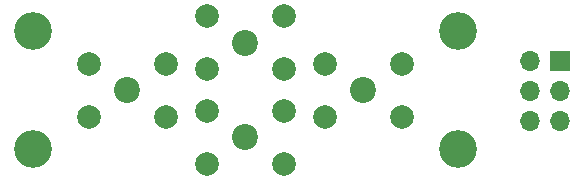
<source format=gbr>
%TF.GenerationSoftware,KiCad,Pcbnew,5.1.7-a382d34a8~88~ubuntu18.04.1*%
%TF.CreationDate,2021-05-22T23:43:46+02:00*%
%TF.ProjectId,button-board-6x6mm-4buttons,62757474-6f6e-42d6-926f-6172642d3678,v1r1*%
%TF.SameCoordinates,Original*%
%TF.FileFunction,Soldermask,Bot*%
%TF.FilePolarity,Negative*%
%FSLAX46Y46*%
G04 Gerber Fmt 4.6, Leading zero omitted, Abs format (unit mm)*
G04 Created by KiCad (PCBNEW 5.1.7-a382d34a8~88~ubuntu18.04.1) date 2021-05-22 23:43:46*
%MOMM*%
%LPD*%
G01*
G04 APERTURE LIST*
%ADD10C,3.200000*%
%ADD11C,2.000000*%
%ADD12C,2.200000*%
%ADD13O,1.700000X1.700000*%
%ADD14R,1.700000X1.700000*%
G04 APERTURE END LIST*
D10*
%TO.C,H8*%
X76497180Y-47016680D03*
%TD*%
%TO.C,H7*%
X40505380Y-47016680D03*
%TD*%
D11*
%TO.C,SW4*%
X71750000Y-39750000D03*
X71750000Y-44250000D03*
X65250000Y-39750000D03*
X65250000Y-44250000D03*
%TD*%
D12*
%TO.C,H6*%
X58500000Y-38000000D03*
%TD*%
D11*
%TO.C,SW3*%
X61750000Y-35750000D03*
X61750000Y-40250000D03*
X55250000Y-35750000D03*
X55250000Y-40250000D03*
%TD*%
%TO.C,SW2*%
X61750000Y-43750000D03*
X61750000Y-48250000D03*
X55250000Y-43750000D03*
X55250000Y-48250000D03*
%TD*%
D13*
%TO.C,J1*%
X82560000Y-44580000D03*
X85100000Y-44580000D03*
X82560000Y-42040000D03*
X85100000Y-42040000D03*
X82560000Y-39500000D03*
D14*
X85100000Y-39500000D03*
%TD*%
D12*
%TO.C,H4*%
X68500000Y-42000000D03*
%TD*%
%TO.C,H3*%
X58500000Y-46000000D03*
%TD*%
%TO.C,H2*%
X48500000Y-42000000D03*
%TD*%
D10*
%TO.C,H5*%
X76497180Y-37016680D03*
%TD*%
%TO.C,H1*%
X40505380Y-37016680D03*
%TD*%
D11*
%TO.C,SW1*%
X51750000Y-39750000D03*
X51750000Y-44250000D03*
X45250000Y-39750000D03*
X45250000Y-44250000D03*
%TD*%
M02*

</source>
